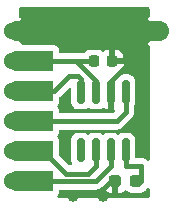
<source format=gtl>
G04 #@! TF.GenerationSoftware,KiCad,Pcbnew,(6.0.8)*
G04 #@! TF.CreationDate,2023-04-21T16:45:31+02:00*
G04 #@! TF.ProjectId,15_XCAN,31355f58-4341-44e2-9e6b-696361645f70,rev?*
G04 #@! TF.SameCoordinates,Original*
G04 #@! TF.FileFunction,Copper,L1,Top*
G04 #@! TF.FilePolarity,Positive*
%FSLAX46Y46*%
G04 Gerber Fmt 4.6, Leading zero omitted, Abs format (unit mm)*
G04 Created by KiCad (PCBNEW (6.0.8)) date 2023-04-21 16:45:31*
%MOMM*%
%LPD*%
G01*
G04 APERTURE LIST*
G04 Aperture macros list*
%AMRoundRect*
0 Rectangle with rounded corners*
0 $1 Rounding radius*
0 $2 $3 $4 $5 $6 $7 $8 $9 X,Y pos of 4 corners*
0 Add a 4 corners polygon primitive as box body*
4,1,4,$2,$3,$4,$5,$6,$7,$8,$9,$2,$3,0*
0 Add four circle primitives for the rounded corners*
1,1,$1+$1,$2,$3*
1,1,$1+$1,$4,$5*
1,1,$1+$1,$6,$7*
1,1,$1+$1,$8,$9*
0 Add four rect primitives between the rounded corners*
20,1,$1+$1,$2,$3,$4,$5,0*
20,1,$1+$1,$4,$5,$6,$7,0*
20,1,$1+$1,$6,$7,$8,$9,0*
20,1,$1+$1,$8,$9,$2,$3,0*%
%AMFreePoly0*
4,1,19,2.294749,0.844703,2.473926,0.804652,2.640323,0.727060,2.786177,0.615546,2.904682,0.475314,2.990310,0.312906,3.039066,0.135899,3.048675,-0.047448,3.018688,-0.228582,2.950505,-0.399051,2.847308,-0.550902,2.713909,-0.677050,2.556534,-0.771611,2.382525,-0.830171,2.200000,-0.850000,-0.850000,-0.850000,-0.850000,0.850000,2.200000,0.850000,2.294749,0.844703,2.294749,0.844703,
$1*%
G04 Aperture macros list end*
G04 #@! TA.AperFunction,ComponentPad*
%ADD10C,1.524000*%
G04 #@! TD*
G04 #@! TA.AperFunction,ComponentPad*
%ADD11FreePoly0,0.000000*%
G04 #@! TD*
G04 #@! TA.AperFunction,SMDPad,CuDef*
%ADD12RoundRect,0.237500X-0.287500X-0.237500X0.287500X-0.237500X0.287500X0.237500X-0.287500X0.237500X0*%
G04 #@! TD*
G04 #@! TA.AperFunction,SMDPad,CuDef*
%ADD13RoundRect,0.225000X-0.225000X-0.250000X0.225000X-0.250000X0.225000X0.250000X-0.225000X0.250000X0*%
G04 #@! TD*
G04 #@! TA.AperFunction,SMDPad,CuDef*
%ADD14RoundRect,0.150000X-0.150000X0.825000X-0.150000X-0.825000X0.150000X-0.825000X0.150000X0.825000X0*%
G04 #@! TD*
G04 #@! TA.AperFunction,ComponentPad*
%ADD15FreePoly0,180.000000*%
G04 #@! TD*
G04 #@! TA.AperFunction,ViaPad*
%ADD16C,1.000000*%
G04 #@! TD*
G04 #@! TA.AperFunction,Conductor*
%ADD17C,0.400000*%
G04 #@! TD*
G04 APERTURE END LIST*
D10*
X113665000Y-63500000D03*
D11*
X111760000Y-63500000D03*
D12*
X110250000Y-76200000D03*
X112000000Y-76200000D03*
D13*
X108445000Y-66040000D03*
X109995000Y-66040000D03*
D14*
X111125000Y-68645000D03*
X109855000Y-68645000D03*
X108585000Y-68645000D03*
X107315000Y-68645000D03*
X107315000Y-73595000D03*
X108585000Y-73595000D03*
X109855000Y-73595000D03*
X111125000Y-73595000D03*
D10*
X101600000Y-73660000D03*
D15*
X104140000Y-73660000D03*
X104140000Y-63500000D03*
D10*
X101600000Y-63500000D03*
X101600000Y-71120000D03*
D15*
X104140000Y-71120000D03*
D10*
X101600000Y-68580000D03*
D15*
X104140000Y-68580000D03*
D10*
X101600000Y-76200000D03*
D15*
X104140000Y-76200000D03*
X104140000Y-66040000D03*
D10*
X101600000Y-66040000D03*
D16*
X106680000Y-62230000D03*
X109220000Y-62230000D03*
X106680000Y-77470000D03*
X109220000Y-77470000D03*
D17*
X109220000Y-76835000D02*
X109220000Y-77470000D01*
X109855000Y-67691000D02*
X111125000Y-66421000D01*
X109855000Y-63500000D02*
X111125000Y-64770000D01*
X111125000Y-66421000D02*
X111125000Y-65913000D01*
X104140000Y-63500000D02*
X109855000Y-63500000D01*
X111125000Y-64770000D02*
X111125000Y-65913000D01*
X111760000Y-63500000D02*
X109220000Y-63500000D01*
X109220000Y-62230000D02*
X109220000Y-63500000D01*
X111125000Y-65913000D02*
X110998000Y-66040000D01*
X109855000Y-68645000D02*
X109855000Y-67691000D01*
X110998000Y-66040000D02*
X109995000Y-66040000D01*
X110250000Y-76200000D02*
X109855000Y-76200000D01*
X109855000Y-76200000D02*
X109220000Y-76835000D01*
X108585000Y-67691000D02*
X106934000Y-66040000D01*
X108585000Y-68645000D02*
X108585000Y-67691000D01*
X106934000Y-66040000D02*
X107569000Y-66040000D01*
X104140000Y-66040000D02*
X106934000Y-66040000D01*
X107569000Y-66040000D02*
X108445000Y-66040000D01*
X104140000Y-71120000D02*
X110363000Y-71120000D01*
X111125000Y-70358000D02*
X111125000Y-68645000D01*
X110363000Y-71120000D02*
X111125000Y-70358000D01*
X107315000Y-68645000D02*
X107315000Y-67564000D01*
X105029000Y-68580000D02*
X104140000Y-68580000D01*
X107315000Y-67564000D02*
X107061000Y-67310000D01*
X106299000Y-67310000D02*
X105029000Y-68580000D01*
X107061000Y-67310000D02*
X106299000Y-67310000D01*
X104140000Y-76200000D02*
X108585000Y-76200000D01*
X109855000Y-73595000D02*
X109855000Y-74930000D01*
X108585000Y-76200000D02*
X109855000Y-74930000D01*
X106045000Y-75565000D02*
X107950000Y-75565000D01*
X108585000Y-74930000D02*
X108585000Y-73595000D01*
X107950000Y-75565000D02*
X108585000Y-74930000D01*
X104140000Y-73660000D02*
X106045000Y-75565000D01*
X111125000Y-73595000D02*
X111125000Y-74930000D01*
X111125000Y-74930000D02*
X112395000Y-74930000D01*
X112395000Y-76200000D02*
X112000000Y-76200000D01*
X112395000Y-74930000D02*
X112395000Y-76200000D01*
G04 #@! TA.AperFunction,Conductor*
G36*
X110446121Y-75966002D02*
G01*
X110492614Y-76019658D01*
X110504000Y-76072000D01*
X110504000Y-77164885D01*
X110508475Y-77180124D01*
X110509865Y-77181329D01*
X110517548Y-77183000D01*
X110583766Y-77183000D01*
X110590282Y-77182663D01*
X110684132Y-77172925D01*
X110697528Y-77170032D01*
X110848953Y-77119512D01*
X110862115Y-77113347D01*
X110997492Y-77029574D01*
X111008895Y-77020536D01*
X111035525Y-76993860D01*
X111097807Y-76959781D01*
X111168627Y-76964784D01*
X111213715Y-76993705D01*
X111246997Y-77026929D01*
X111395080Y-77118209D01*
X111560191Y-77172974D01*
X111567027Y-77173674D01*
X111567030Y-77173675D01*
X111614370Y-77178525D01*
X111662928Y-77183500D01*
X112337072Y-77183500D01*
X112340318Y-77183163D01*
X112340322Y-77183163D01*
X112434235Y-77173419D01*
X112434239Y-77173418D01*
X112441093Y-77172707D01*
X112447629Y-77170526D01*
X112447631Y-77170526D01*
X112580395Y-77126232D01*
X112606107Y-77117654D01*
X112754031Y-77026116D01*
X112786231Y-76993860D01*
X112871758Y-76908184D01*
X112871762Y-76908179D01*
X112876929Y-76903003D01*
X112923240Y-76827873D01*
X112976012Y-76780380D01*
X113046084Y-76768956D01*
X113111208Y-76797230D01*
X113150707Y-76856224D01*
X113156500Y-76893989D01*
X113156500Y-77470500D01*
X113136498Y-77538621D01*
X113082842Y-77585114D01*
X113030500Y-77596500D01*
X105465198Y-77596500D01*
X105397077Y-77576498D01*
X105350584Y-77522842D01*
X105340480Y-77452568D01*
X105369974Y-77387987D01*
X105416274Y-77334555D01*
X105416276Y-77334552D01*
X105422176Y-77327743D01*
X105482919Y-77194734D01*
X105503729Y-77050000D01*
X105503729Y-77034500D01*
X105523731Y-76966379D01*
X105577387Y-76919886D01*
X105629729Y-76908500D01*
X108556088Y-76908500D01*
X108564658Y-76908792D01*
X108614776Y-76912209D01*
X108614780Y-76912209D01*
X108622352Y-76912725D01*
X108629829Y-76911420D01*
X108629830Y-76911420D01*
X108678057Y-76903003D01*
X108685303Y-76901738D01*
X108691821Y-76900777D01*
X108755242Y-76893102D01*
X108762343Y-76890419D01*
X108764952Y-76889778D01*
X108781262Y-76885315D01*
X108783798Y-76884550D01*
X108791284Y-76883243D01*
X108849800Y-76857556D01*
X108855904Y-76855065D01*
X108908548Y-76835173D01*
X108908549Y-76835172D01*
X108915656Y-76832487D01*
X108921919Y-76828183D01*
X108924285Y-76826946D01*
X108939097Y-76818701D01*
X108941351Y-76817368D01*
X108948305Y-76814315D01*
X108999002Y-76775413D01*
X109004332Y-76771541D01*
X109050720Y-76739661D01*
X109050725Y-76739656D01*
X109056981Y-76735357D01*
X109072178Y-76718301D01*
X109132427Y-76680745D01*
X109203417Y-76681724D01*
X109262608Y-76720928D01*
X109280356Y-76748671D01*
X109286654Y-76762116D01*
X109370426Y-76897492D01*
X109379460Y-76908890D01*
X109492129Y-77021363D01*
X109503540Y-77030375D01*
X109639063Y-77113912D01*
X109652241Y-77120056D01*
X109803766Y-77170315D01*
X109817132Y-77173181D01*
X109909770Y-77182672D01*
X109916185Y-77183000D01*
X109977885Y-77183000D01*
X109993124Y-77178525D01*
X109994329Y-77177135D01*
X109996000Y-77169452D01*
X109996000Y-76072000D01*
X110016002Y-76003879D01*
X110069658Y-75957386D01*
X110122000Y-75946000D01*
X110378000Y-75946000D01*
X110446121Y-75966002D01*
G37*
G04 #@! TD.AperFunction*
G04 #@! TA.AperFunction,Conductor*
G36*
X113098621Y-61488502D02*
G01*
X113145114Y-61542158D01*
X113156500Y-61594500D01*
X113156500Y-62255557D01*
X113136498Y-62323678D01*
X113083750Y-62369752D01*
X113032559Y-62393623D01*
X113023068Y-62399103D01*
X112979235Y-62429794D01*
X112970860Y-62440271D01*
X112977928Y-62453718D01*
X113119595Y-62595385D01*
X113153621Y-62657697D01*
X113156500Y-62684480D01*
X113156500Y-63046520D01*
X113136498Y-63114641D01*
X113082842Y-63161134D01*
X113012568Y-63171238D01*
X112947988Y-63141744D01*
X112941405Y-63135615D01*
X112617997Y-62812207D01*
X112606223Y-62805777D01*
X112594207Y-62815074D01*
X112564103Y-62858068D01*
X112558623Y-62867559D01*
X112469355Y-63058993D01*
X112465609Y-63069285D01*
X112410941Y-63273309D01*
X112409038Y-63284104D01*
X112390628Y-63494525D01*
X112390628Y-63505475D01*
X112409038Y-63715896D01*
X112410941Y-63726691D01*
X112465609Y-63930715D01*
X112469355Y-63941007D01*
X112558623Y-64132441D01*
X112564103Y-64141932D01*
X112594794Y-64185765D01*
X112605271Y-64194140D01*
X112618718Y-64187072D01*
X112941405Y-63864385D01*
X113003717Y-63830359D01*
X113074532Y-63835424D01*
X113131368Y-63877971D01*
X113156179Y-63944491D01*
X113156500Y-63953480D01*
X113156500Y-64315520D01*
X113136498Y-64383641D01*
X113119595Y-64404615D01*
X112977207Y-64547003D01*
X112970777Y-64558777D01*
X112980074Y-64570793D01*
X113023069Y-64600898D01*
X113032559Y-64606378D01*
X113083749Y-64630248D01*
X113137035Y-64677165D01*
X113156500Y-64744443D01*
X113156500Y-74382459D01*
X113136498Y-74450580D01*
X113082842Y-74497073D01*
X113012568Y-74507177D01*
X112947988Y-74477683D01*
X112935986Y-74465784D01*
X112934660Y-74464280D01*
X112930357Y-74458019D01*
X112905537Y-74435905D01*
X112894412Y-74424662D01*
X112877557Y-74405341D01*
X112877553Y-74405338D01*
X112872561Y-74399615D01*
X112866347Y-74395247D01*
X112866344Y-74395245D01*
X112841778Y-74377979D01*
X112830414Y-74368972D01*
X112819694Y-74359422D01*
X112802321Y-74343943D01*
X112795612Y-74340391D01*
X112795608Y-74340388D01*
X112772946Y-74328389D01*
X112759459Y-74320124D01*
X112738481Y-74305381D01*
X112738478Y-74305379D01*
X112732261Y-74301010D01*
X112725180Y-74298249D01*
X112725176Y-74298247D01*
X112697210Y-74287343D01*
X112684023Y-74281306D01*
X112657482Y-74267254D01*
X112657480Y-74267253D01*
X112650769Y-74263700D01*
X112643409Y-74261851D01*
X112643403Y-74261849D01*
X112618534Y-74255603D01*
X112603457Y-74250791D01*
X112579573Y-74241479D01*
X112579572Y-74241479D01*
X112572491Y-74238718D01*
X112564961Y-74237727D01*
X112564958Y-74237726D01*
X112535193Y-74233808D01*
X112520941Y-74231090D01*
X112516169Y-74229891D01*
X112484451Y-74221924D01*
X112476853Y-74221884D01*
X112476852Y-74221884D01*
X112470239Y-74221849D01*
X112444324Y-74221713D01*
X112442965Y-74221665D01*
X112441706Y-74221500D01*
X112403762Y-74221500D01*
X112403102Y-74221498D01*
X112317372Y-74221049D01*
X112317371Y-74221049D01*
X112312969Y-74221026D01*
X112311452Y-74221390D01*
X112309550Y-74221500D01*
X112059500Y-74221500D01*
X111991379Y-74201498D01*
X111944886Y-74147842D01*
X111933500Y-74095500D01*
X111933500Y-72703498D01*
X111930562Y-72666169D01*
X111901528Y-72566231D01*
X111886357Y-72514012D01*
X111886356Y-72514010D01*
X111884145Y-72506399D01*
X111814264Y-72388237D01*
X111803491Y-72370020D01*
X111803489Y-72370017D01*
X111799453Y-72363193D01*
X111681807Y-72245547D01*
X111674983Y-72241511D01*
X111674980Y-72241509D01*
X111545427Y-72164892D01*
X111545428Y-72164892D01*
X111538601Y-72160855D01*
X111530990Y-72158644D01*
X111530988Y-72158643D01*
X111478769Y-72143472D01*
X111378831Y-72114438D01*
X111372426Y-72113934D01*
X111372421Y-72113933D01*
X111343958Y-72111693D01*
X111343950Y-72111693D01*
X111341502Y-72111500D01*
X110908498Y-72111500D01*
X110906050Y-72111693D01*
X110906042Y-72111693D01*
X110877579Y-72113933D01*
X110877574Y-72113934D01*
X110871169Y-72114438D01*
X110771231Y-72143472D01*
X110719012Y-72158643D01*
X110719010Y-72158644D01*
X110711399Y-72160855D01*
X110568193Y-72245547D01*
X110565511Y-72248229D01*
X110501139Y-72273502D01*
X110431516Y-72259600D01*
X110415688Y-72249428D01*
X110411807Y-72245547D01*
X110268601Y-72160855D01*
X110260990Y-72158644D01*
X110260988Y-72158643D01*
X110208769Y-72143472D01*
X110108831Y-72114438D01*
X110102426Y-72113934D01*
X110102421Y-72113933D01*
X110073958Y-72111693D01*
X110073950Y-72111693D01*
X110071502Y-72111500D01*
X109638498Y-72111500D01*
X109636050Y-72111693D01*
X109636042Y-72111693D01*
X109607579Y-72113933D01*
X109607574Y-72113934D01*
X109601169Y-72114438D01*
X109501231Y-72143472D01*
X109449012Y-72158643D01*
X109449010Y-72158644D01*
X109441399Y-72160855D01*
X109298193Y-72245547D01*
X109295511Y-72248229D01*
X109231139Y-72273502D01*
X109161516Y-72259600D01*
X109145688Y-72249428D01*
X109141807Y-72245547D01*
X108998601Y-72160855D01*
X108990990Y-72158644D01*
X108990988Y-72158643D01*
X108938769Y-72143472D01*
X108838831Y-72114438D01*
X108832426Y-72113934D01*
X108832421Y-72113933D01*
X108803958Y-72111693D01*
X108803950Y-72111693D01*
X108801502Y-72111500D01*
X108368498Y-72111500D01*
X108366050Y-72111693D01*
X108366042Y-72111693D01*
X108337579Y-72113933D01*
X108337574Y-72113934D01*
X108331169Y-72114438D01*
X108231231Y-72143472D01*
X108179012Y-72158643D01*
X108179010Y-72158644D01*
X108171399Y-72160855D01*
X108028193Y-72245547D01*
X108025511Y-72248229D01*
X107961139Y-72273502D01*
X107891516Y-72259600D01*
X107875688Y-72249428D01*
X107871807Y-72245547D01*
X107728601Y-72160855D01*
X107720990Y-72158644D01*
X107720988Y-72158643D01*
X107668769Y-72143472D01*
X107568831Y-72114438D01*
X107562426Y-72113934D01*
X107562421Y-72113933D01*
X107533958Y-72111693D01*
X107533950Y-72111693D01*
X107531502Y-72111500D01*
X107098498Y-72111500D01*
X107096050Y-72111693D01*
X107096042Y-72111693D01*
X107067579Y-72113933D01*
X107067574Y-72113934D01*
X107061169Y-72114438D01*
X106961231Y-72143472D01*
X106909012Y-72158643D01*
X106909010Y-72158644D01*
X106901399Y-72160855D01*
X106894572Y-72164892D01*
X106894573Y-72164892D01*
X106765020Y-72241509D01*
X106765017Y-72241511D01*
X106758193Y-72245547D01*
X106640547Y-72363193D01*
X106636511Y-72370017D01*
X106636509Y-72370020D01*
X106625736Y-72388237D01*
X106555855Y-72506399D01*
X106553644Y-72514010D01*
X106553643Y-72514012D01*
X106538472Y-72566231D01*
X106509438Y-72666169D01*
X106506500Y-72703498D01*
X106506500Y-74486502D01*
X106506693Y-74488950D01*
X106506693Y-74488958D01*
X106507170Y-74495012D01*
X106509438Y-74523831D01*
X106555855Y-74683601D01*
X106555995Y-74683838D01*
X106564275Y-74750921D01*
X106533497Y-74814899D01*
X106473016Y-74852081D01*
X106439941Y-74856500D01*
X106390660Y-74856500D01*
X106322539Y-74836498D01*
X106301565Y-74819595D01*
X105540634Y-74058664D01*
X105506608Y-73996352D01*
X105503729Y-73969569D01*
X105503729Y-73737581D01*
X105503925Y-73730548D01*
X105506514Y-73684243D01*
X105506514Y-73684238D01*
X105506704Y-73680840D01*
X105503902Y-73627377D01*
X105503729Y-73620782D01*
X105503729Y-72810000D01*
X105498500Y-72736889D01*
X105457304Y-72596589D01*
X105404235Y-72514012D01*
X105383122Y-72481159D01*
X105383120Y-72481156D01*
X105378250Y-72473579D01*
X105372676Y-72468749D01*
X105343525Y-72404922D01*
X105353627Y-72334647D01*
X105373018Y-72304474D01*
X105416274Y-72254555D01*
X105416276Y-72254552D01*
X105422176Y-72247743D01*
X105482919Y-72114734D01*
X105503729Y-71970000D01*
X105503729Y-71954500D01*
X105523731Y-71886379D01*
X105577387Y-71839886D01*
X105629729Y-71828500D01*
X110334088Y-71828500D01*
X110342658Y-71828792D01*
X110392776Y-71832209D01*
X110392780Y-71832209D01*
X110400352Y-71832725D01*
X110407829Y-71831420D01*
X110407830Y-71831420D01*
X110434308Y-71826799D01*
X110463303Y-71821738D01*
X110469821Y-71820777D01*
X110533242Y-71813102D01*
X110540343Y-71810419D01*
X110542952Y-71809778D01*
X110559262Y-71805315D01*
X110561798Y-71804550D01*
X110569284Y-71803243D01*
X110627800Y-71777556D01*
X110633904Y-71775065D01*
X110686548Y-71755173D01*
X110686549Y-71755172D01*
X110693656Y-71752487D01*
X110699919Y-71748183D01*
X110702285Y-71746946D01*
X110717097Y-71738701D01*
X110719351Y-71737368D01*
X110726305Y-71734315D01*
X110777002Y-71695413D01*
X110782332Y-71691541D01*
X110828720Y-71659661D01*
X110828725Y-71659656D01*
X110834981Y-71655357D01*
X110876436Y-71608829D01*
X110881416Y-71603554D01*
X111605520Y-70879450D01*
X111611785Y-70873596D01*
X111649660Y-70840555D01*
X111655385Y-70835561D01*
X111692114Y-70783300D01*
X111696046Y-70778005D01*
X111730791Y-70733694D01*
X111735477Y-70727718D01*
X111738602Y-70720796D01*
X111739964Y-70718548D01*
X111748368Y-70703815D01*
X111749622Y-70701476D01*
X111753990Y-70695261D01*
X111756749Y-70688185D01*
X111756751Y-70688181D01*
X111777200Y-70635731D01*
X111779749Y-70629666D01*
X111806045Y-70571427D01*
X111807429Y-70563962D01*
X111808226Y-70561418D01*
X111812859Y-70545152D01*
X111813521Y-70542572D01*
X111816282Y-70535491D01*
X111824622Y-70472143D01*
X111825653Y-70465629D01*
X111835912Y-70410278D01*
X111837296Y-70402813D01*
X111833709Y-70340602D01*
X111833500Y-70333349D01*
X111833500Y-69853706D01*
X111851045Y-69789569D01*
X111884145Y-69733601D01*
X111889679Y-69714555D01*
X111928767Y-69580008D01*
X111930562Y-69573831D01*
X111931194Y-69565811D01*
X111933307Y-69538958D01*
X111933307Y-69538950D01*
X111933500Y-69536502D01*
X111933500Y-67753498D01*
X111930562Y-67716169D01*
X111884145Y-67556399D01*
X111867107Y-67527589D01*
X111803491Y-67420020D01*
X111803489Y-67420017D01*
X111799453Y-67413193D01*
X111681807Y-67295547D01*
X111674983Y-67291511D01*
X111674980Y-67291509D01*
X111562987Y-67225277D01*
X111538601Y-67210855D01*
X111530990Y-67208644D01*
X111530988Y-67208643D01*
X111424042Y-67177573D01*
X111378831Y-67164438D01*
X111372426Y-67163934D01*
X111372421Y-67163933D01*
X111343958Y-67161693D01*
X111343950Y-67161693D01*
X111341502Y-67161500D01*
X110908498Y-67161500D01*
X110906050Y-67161693D01*
X110906042Y-67161693D01*
X110877579Y-67163933D01*
X110877574Y-67163934D01*
X110871169Y-67164438D01*
X110825958Y-67177573D01*
X110719012Y-67208643D01*
X110719010Y-67208644D01*
X110711399Y-67210855D01*
X110568193Y-67295547D01*
X110565253Y-67298487D01*
X110500729Y-67323821D01*
X110431106Y-67309920D01*
X110412360Y-67297871D01*
X110404677Y-67291911D01*
X110325319Y-67244979D01*
X110276866Y-67193086D01*
X110264161Y-67123235D01*
X110291236Y-67057604D01*
X110349496Y-67017030D01*
X110362862Y-67013364D01*
X110377453Y-67010213D01*
X110526107Y-66960619D01*
X110539286Y-66954445D01*
X110672173Y-66872212D01*
X110683574Y-66863176D01*
X110793986Y-66752571D01*
X110802998Y-66741160D01*
X110885004Y-66608120D01*
X110891151Y-66594939D01*
X110940491Y-66446186D01*
X110943358Y-66432810D01*
X110952672Y-66341903D01*
X110953000Y-66335487D01*
X110953000Y-66312115D01*
X110948525Y-66296876D01*
X110947135Y-66295671D01*
X110939452Y-66294000D01*
X109867000Y-66294000D01*
X109798879Y-66273998D01*
X109752386Y-66220342D01*
X109741000Y-66168000D01*
X109741000Y-65767885D01*
X110249000Y-65767885D01*
X110253475Y-65783124D01*
X110254865Y-65784329D01*
X110262548Y-65786000D01*
X110934885Y-65786000D01*
X110950124Y-65781525D01*
X110951329Y-65780135D01*
X110953000Y-65772452D01*
X110953000Y-65744562D01*
X110952663Y-65738047D01*
X110943106Y-65645943D01*
X110940212Y-65632544D01*
X110890619Y-65483893D01*
X110884445Y-65470714D01*
X110802212Y-65337827D01*
X110793176Y-65326426D01*
X110682571Y-65216014D01*
X110671160Y-65207002D01*
X110538120Y-65124996D01*
X110524939Y-65118849D01*
X110376186Y-65069509D01*
X110362810Y-65066642D01*
X110271903Y-65057328D01*
X110266874Y-65057071D01*
X110251876Y-65061475D01*
X110250671Y-65062865D01*
X110249000Y-65070548D01*
X110249000Y-65767885D01*
X109741000Y-65767885D01*
X109741000Y-65075115D01*
X109736525Y-65059876D01*
X109735135Y-65058671D01*
X109727452Y-65057000D01*
X109724562Y-65057000D01*
X109718047Y-65057337D01*
X109625943Y-65066894D01*
X109612544Y-65069788D01*
X109463893Y-65119381D01*
X109450714Y-65125555D01*
X109317827Y-65207788D01*
X109300689Y-65221371D01*
X109299159Y-65219441D01*
X109247120Y-65247903D01*
X109176301Y-65242887D01*
X109139383Y-65219201D01*
X109138628Y-65220157D01*
X109132882Y-65215619D01*
X109127702Y-65210448D01*
X109098191Y-65192257D01*
X108988331Y-65124538D01*
X108988329Y-65124537D01*
X108982101Y-65120698D01*
X108819757Y-65066851D01*
X108812920Y-65066151D01*
X108812918Y-65066150D01*
X108771599Y-65061917D01*
X108718732Y-65056500D01*
X108171268Y-65056500D01*
X108168022Y-65056837D01*
X108168018Y-65056837D01*
X108138730Y-65059876D01*
X108068981Y-65067113D01*
X108060963Y-65069788D01*
X107913676Y-65118927D01*
X107913674Y-65118928D01*
X107906732Y-65121244D01*
X107761287Y-65211248D01*
X107756114Y-65216430D01*
X107678162Y-65294518D01*
X107615880Y-65328597D01*
X107588989Y-65331500D01*
X107010873Y-65331500D01*
X106987912Y-65329390D01*
X106986282Y-65329088D01*
X106986281Y-65329088D01*
X106978814Y-65327704D01*
X106971234Y-65328141D01*
X106971233Y-65328141D01*
X106916608Y-65331291D01*
X106909354Y-65331500D01*
X105629729Y-65331500D01*
X105561608Y-65311498D01*
X105515115Y-65257842D01*
X105503729Y-65205500D01*
X105503729Y-65190000D01*
X105498500Y-65116889D01*
X105457304Y-64976589D01*
X105392194Y-64875276D01*
X105383122Y-64861159D01*
X105383120Y-64861156D01*
X105378250Y-64853579D01*
X105371440Y-64847678D01*
X105274555Y-64763726D01*
X105274552Y-64763724D01*
X105267743Y-64757824D01*
X105134734Y-64697081D01*
X104990000Y-64676271D01*
X102423134Y-64676271D01*
X102355013Y-64656269D01*
X102308520Y-64602613D01*
X102304817Y-64580043D01*
X102287071Y-64546281D01*
X102145405Y-64404615D01*
X102111379Y-64342303D01*
X102108500Y-64315520D01*
X102108500Y-63953480D01*
X102128502Y-63885359D01*
X102182158Y-63838866D01*
X102252432Y-63828762D01*
X102317012Y-63858256D01*
X102323595Y-63864385D01*
X102647003Y-64187793D01*
X102658777Y-64194223D01*
X102670793Y-64184926D01*
X102700897Y-64141932D01*
X102706377Y-64132441D01*
X102795645Y-63941007D01*
X102799391Y-63930715D01*
X102854059Y-63726691D01*
X102855962Y-63715896D01*
X102874372Y-63505475D01*
X102874372Y-63494525D01*
X102855962Y-63284104D01*
X102854059Y-63273309D01*
X102799391Y-63069285D01*
X102795645Y-63058993D01*
X102706377Y-62867559D01*
X102700897Y-62858068D01*
X102670206Y-62814235D01*
X102659729Y-62805860D01*
X102646282Y-62812928D01*
X102323595Y-63135615D01*
X102261283Y-63169641D01*
X102190468Y-63164576D01*
X102133632Y-63122029D01*
X102108821Y-63055509D01*
X102108500Y-63046520D01*
X102108500Y-62684480D01*
X102128502Y-62616359D01*
X102145405Y-62595385D01*
X102287793Y-62452997D01*
X102294223Y-62441223D01*
X102284926Y-62429207D01*
X102241931Y-62399102D01*
X102232441Y-62393622D01*
X102181251Y-62369752D01*
X102127965Y-62322835D01*
X102108500Y-62255557D01*
X102108500Y-61594500D01*
X102128502Y-61526379D01*
X102182158Y-61479886D01*
X102234500Y-61468500D01*
X113030500Y-61468500D01*
X113098621Y-61488502D01*
G37*
G04 #@! TD.AperFunction*
G04 #@! TA.AperFunction,Conductor*
G36*
X106424532Y-68290606D02*
G01*
X106481368Y-68333153D01*
X106506179Y-68399673D01*
X106506500Y-68408662D01*
X106506500Y-69536502D01*
X106506693Y-69538950D01*
X106506693Y-69538958D01*
X106508807Y-69565811D01*
X106509438Y-69573831D01*
X106511233Y-69580008D01*
X106550322Y-69714555D01*
X106555855Y-69733601D01*
X106559892Y-69740427D01*
X106636509Y-69869980D01*
X106636511Y-69869983D01*
X106640547Y-69876807D01*
X106758193Y-69994453D01*
X106765016Y-69998488D01*
X106765020Y-69998491D01*
X106863259Y-70056589D01*
X106901399Y-70079145D01*
X106909010Y-70081356D01*
X106909012Y-70081357D01*
X106961231Y-70096528D01*
X107061169Y-70125562D01*
X107067574Y-70126066D01*
X107067579Y-70126067D01*
X107096042Y-70128307D01*
X107096050Y-70128307D01*
X107098498Y-70128500D01*
X107531502Y-70128500D01*
X107533950Y-70128307D01*
X107533958Y-70128307D01*
X107562421Y-70126067D01*
X107562426Y-70126066D01*
X107568831Y-70125562D01*
X107668769Y-70096528D01*
X107720988Y-70081357D01*
X107720990Y-70081356D01*
X107728601Y-70079145D01*
X107871807Y-69994453D01*
X107874489Y-69991771D01*
X107938861Y-69966498D01*
X108008484Y-69980400D01*
X108024312Y-69990572D01*
X108028193Y-69994453D01*
X108171399Y-70079145D01*
X108179010Y-70081356D01*
X108179012Y-70081357D01*
X108231231Y-70096528D01*
X108331169Y-70125562D01*
X108337574Y-70126066D01*
X108337579Y-70126067D01*
X108366042Y-70128307D01*
X108366050Y-70128307D01*
X108368498Y-70128500D01*
X108801502Y-70128500D01*
X108803950Y-70128307D01*
X108803958Y-70128307D01*
X108832421Y-70126067D01*
X108832426Y-70126066D01*
X108838831Y-70125562D01*
X108938769Y-70096528D01*
X108990988Y-70081357D01*
X108990990Y-70081356D01*
X108998601Y-70079145D01*
X109141807Y-69994453D01*
X109144747Y-69991513D01*
X109209271Y-69966179D01*
X109278894Y-69980080D01*
X109297640Y-69992129D01*
X109305323Y-69998089D01*
X109434779Y-70074648D01*
X109449210Y-70080893D01*
X109583605Y-70119939D01*
X109597706Y-70119899D01*
X109601000Y-70112630D01*
X109601000Y-68517000D01*
X109621002Y-68448879D01*
X109674658Y-68402386D01*
X109727000Y-68391000D01*
X109983000Y-68391000D01*
X110051121Y-68411002D01*
X110097614Y-68464658D01*
X110109000Y-68517000D01*
X110109000Y-70106878D01*
X110113475Y-70122117D01*
X110134788Y-70140585D01*
X110144928Y-70145217D01*
X110183306Y-70204947D01*
X110183299Y-70275944D01*
X110151501Y-70329529D01*
X110106435Y-70374595D01*
X110044123Y-70408621D01*
X110017340Y-70411500D01*
X105629729Y-70411500D01*
X105561608Y-70391498D01*
X105515115Y-70337842D01*
X105503729Y-70285500D01*
X105503729Y-70270000D01*
X105498500Y-70196889D01*
X105464577Y-70081357D01*
X105459843Y-70065235D01*
X105459842Y-70065233D01*
X105457304Y-70056589D01*
X105419708Y-69998089D01*
X105383122Y-69941159D01*
X105383120Y-69941156D01*
X105378250Y-69933579D01*
X105372676Y-69928749D01*
X105343525Y-69864922D01*
X105353627Y-69794647D01*
X105373018Y-69764474D01*
X105416274Y-69714555D01*
X105416276Y-69714552D01*
X105422176Y-69707743D01*
X105482919Y-69574734D01*
X105503729Y-69430000D01*
X105503729Y-69160262D01*
X105523731Y-69092141D01*
X105535659Y-69076436D01*
X105542443Y-69068823D01*
X105547418Y-69063554D01*
X106291405Y-68319567D01*
X106353717Y-68285541D01*
X106424532Y-68290606D01*
G37*
G04 #@! TD.AperFunction*
M02*

</source>
